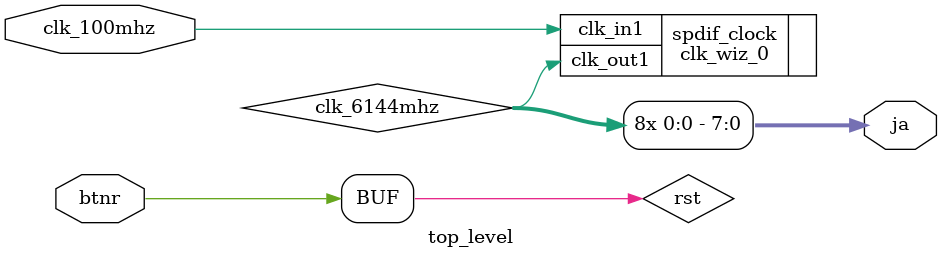
<source format=sv>
`timescale 1ns / 1ps
`default_nettype none

module top_level(input wire clk_100mhz, 
                 input wire btnr,

                 output logic [7:0] ja
    );
    
    logic rst;            
    assign rst = btnr;    
    logic locked;
    logic clk_6144mhz;

    clk_wiz_0 spdif_clock(.clk_in1(clk_100mhz), .clk_out1(clk_6144mhz));
    assign ja = {clk_6144mhz, clk_6144mhz, clk_6144mhz, clk_6144mhz, clk_6144mhz, clk_6144mhz, clk_6144mhz, clk_6144mhz};

    /* ///////////////////////////////////////////////////
    TO-DO LIST:
    1. Create receiver circuit (with decoder)
    2. Send through transmission circuit
    */ ///////////////////////////////////////////////////
    
endmodule

`default_nettype wire
</source>
